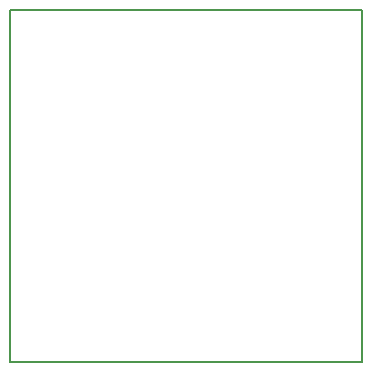
<source format=gm1>
G04 MADE WITH FRITZING*
G04 WWW.FRITZING.ORG*
G04 DOUBLE SIDED*
G04 HOLES PLATED*
G04 CONTOUR ON CENTER OF CONTOUR VECTOR*
%ASAXBY*%
%FSLAX23Y23*%
%MOIN*%
%OFA0B0*%
%SFA1.0B1.0*%
%ADD10R,1.181100X1.181100*%
%ADD11C,0.008000*%
%ADD10C,0.008*%
%LNCONTOUR*%
G90*
G70*
G54D10*
G54D11*
X4Y1177D02*
X1177Y1177D01*
X1177Y4D01*
X4Y4D01*
X4Y1177D01*
D02*
G04 End of contour*
M02*
</source>
